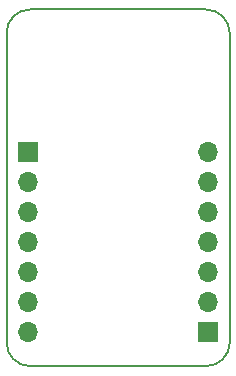
<source format=gbr>
G04 #@! TF.GenerationSoftware,KiCad,Pcbnew,5.1.5-52549c5~84~ubuntu19.10.1*
G04 #@! TF.CreationDate,2020-02-23T01:12:38+02:00*
G04 #@! TF.ProjectId,BRK-TSSOP-14-4.4x5-P0.65,42524b2d-5453-4534-9f50-2d31342d342e,v1.0*
G04 #@! TF.SameCoordinates,Original*
G04 #@! TF.FileFunction,Copper,L2,Bot*
G04 #@! TF.FilePolarity,Positive*
%FSLAX46Y46*%
G04 Gerber Fmt 4.6, Leading zero omitted, Abs format (unit mm)*
G04 Created by KiCad (PCBNEW 5.1.5-52549c5~84~ubuntu19.10.1) date 2020-02-23 01:12:38*
%MOMM*%
%LPD*%
G04 APERTURE LIST*
%ADD10C,0.150000*%
%ADD11O,1.700000X1.700000*%
%ADD12R,1.700000X1.700000*%
G04 APERTURE END LIST*
D10*
X53000000Y-78200000D02*
G75*
G02X51000000Y-76200000I0J2000000D01*
G01*
X69900000Y-76200000D02*
G75*
G02X67900000Y-78200000I-2000000J0D01*
G01*
X67900000Y-48000000D02*
G75*
G02X69900000Y-50000000I0J-2000000D01*
G01*
X51000000Y-50000000D02*
G75*
G02X53000000Y-48000000I2000000J0D01*
G01*
X67900000Y-78200000D02*
X53000000Y-78200000D01*
X69900000Y-50000000D02*
X69900000Y-76200000D01*
X53000000Y-48000000D02*
X67900000Y-48000000D01*
X51000000Y-76200000D02*
X51000000Y-50000000D01*
D11*
X68040000Y-60100000D03*
X68040000Y-62640000D03*
X68040000Y-65180000D03*
X68040000Y-67720000D03*
X68040000Y-70260000D03*
X68040000Y-72800000D03*
D12*
X68040000Y-75340000D03*
D11*
X52800000Y-75340000D03*
X52800000Y-72800000D03*
X52800000Y-70260000D03*
X52800000Y-67720000D03*
X52800000Y-65180000D03*
X52800000Y-62640000D03*
D12*
X52800000Y-60100000D03*
M02*

</source>
